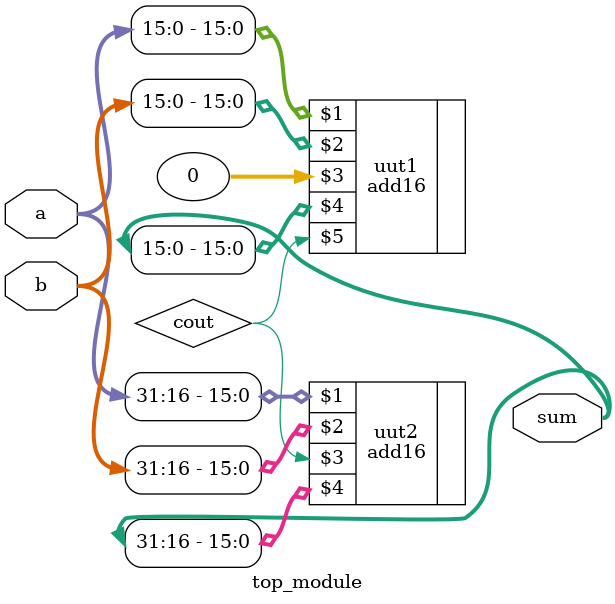
<source format=v>
module top_module(
    input [31:0] a,
    input [31:0] b,
    output [31:0] sum
);
    wire cout;
    add16 uut1(a[15:0],b[15:0],0,sum[15:0], cout);
    add16 uut2(a[31:16], b[31:16],cout, sum[31:16]);

endmodule

</source>
